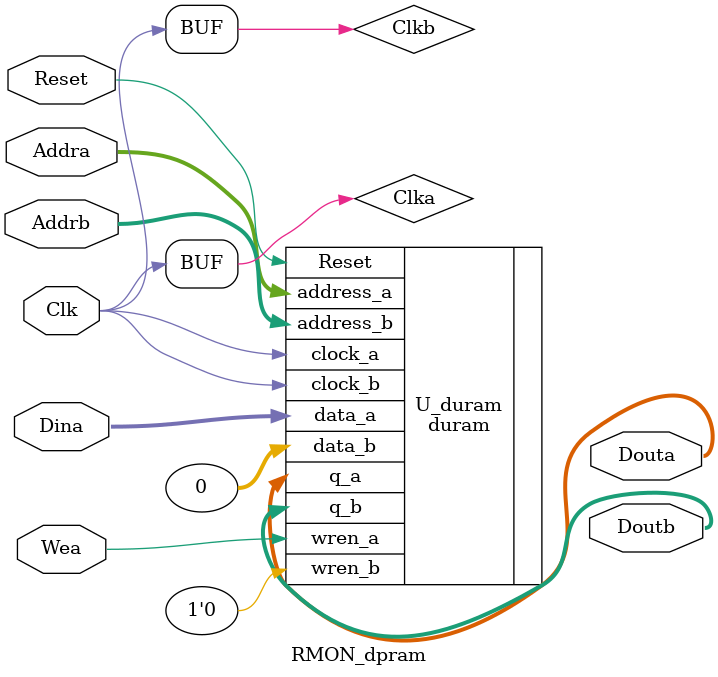
<source format=v>
`timescale 1ns / 1ns
module RMON_dpram(
Reset   ,         
Clk     ,         
//port-a for Rmon 
Addra,            
Dina,            
Douta,           
Wea,             
//port-b for CPU  
Addrb,            
Doutb   
);

input           Reset   ;
input           Clk     ; 
                //port-a for Rmon  
input   [5:0]   Addra;
input   [31:0]  Dina;
output  [31:0]  Douta;
input           Wea;
                //port-b for CPU
input   [5:0]   Addrb;
output  [31:0]  Doutb;
//******************************************************************************
//internal signals                                                              
//******************************************************************************

wire            Clka;
wire            Clkb;
assign          Clka=Clk;
assign  #2      Clkb=Clk;
//******************************************************************************


duram #(32,6,"36Kb","M4K",10) U_duram(
.Reset					(Reset					),    
.data_a         (Dina           ),  
.data_b         (32'b0          ),  
.wren_a         (Wea            ),  
.wren_b         (1'b0           ),  
.address_a      (Addra          ),  
.address_b      (Addrb          ),  
.clock_a        (Clka           ),  
.clock_b        (Clkb           ),  
.q_a            (Douta          ),  
.q_b            (Doutb          )); 

endmodule

</source>
